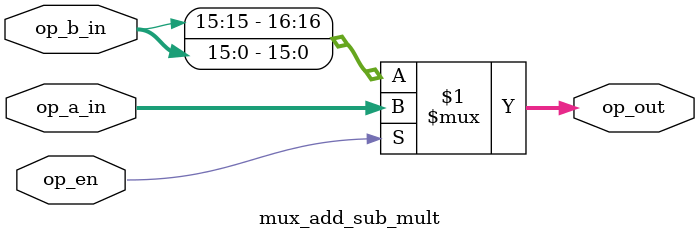
<source format=v>
`timescale 1ns / 1ps
module mux_add_sub_mult(
input op_en,
input[16:0] op_a_in,
input[15:0] op_b_in,
output[16:0] op_out
    );
assign op_out=op_en?op_a_in:{op_b_in[15],op_b_in};

endmodule

</source>
